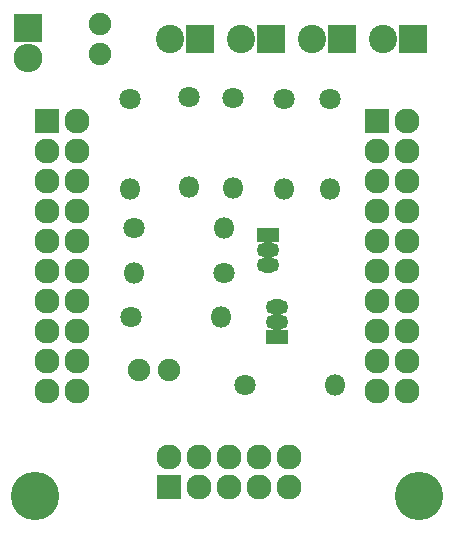
<source format=gbs>
G04 #@! TF.GenerationSoftware,KiCad,Pcbnew,(5.0.0)*
G04 #@! TF.CreationDate,2019-04-22T16:32:08+09:00*
G04 #@! TF.ProjectId,USBi_Programmer,555342695F50726F6772616D6D65722E,rev?*
G04 #@! TF.SameCoordinates,Original*
G04 #@! TF.FileFunction,Soldermask,Bot*
G04 #@! TF.FilePolarity,Negative*
%FSLAX46Y46*%
G04 Gerber Fmt 4.6, Leading zero omitted, Abs format (unit mm)*
G04 Created by KiCad (PCBNEW (5.0.0)) date 04/22/19 16:32:08*
%MOMM*%
%LPD*%
G01*
G04 APERTURE LIST*
%ADD10O,1.900000X1.300000*%
%ADD11R,1.900000X1.300000*%
%ADD12C,1.901140*%
%ADD13R,2.400000X2.400000*%
%ADD14C,2.400000*%
%ADD15O,2.127200X2.127200*%
%ADD16R,2.127200X2.127200*%
%ADD17R,2.432000X2.432000*%
%ADD18O,2.432000X2.432000*%
%ADD19O,1.800000X1.800000*%
%ADD20C,1.800000*%
%ADD21C,4.100000*%
G04 APERTURE END LIST*
D10*
G04 #@! TO.C,Q1*
X124206000Y-161798000D03*
X124206000Y-160528000D03*
D11*
X124206000Y-163068000D03*
G04 #@! TD*
D12*
G04 #@! TO.C,C1*
X109220000Y-139065000D03*
X109220000Y-136525000D03*
G04 #@! TD*
D13*
G04 #@! TO.C,D1*
X129779000Y-137811000D03*
D14*
X127239000Y-137811000D03*
G04 #@! TD*
D13*
G04 #@! TO.C,D2*
X123739000Y-137811000D03*
D14*
X121199000Y-137811000D03*
G04 #@! TD*
D13*
G04 #@! TO.C,D3*
X117739000Y-137811000D03*
D14*
X115199000Y-137811000D03*
G04 #@! TD*
D13*
G04 #@! TO.C,D4*
X135739000Y-137811000D03*
D14*
X133199000Y-137811000D03*
G04 #@! TD*
D12*
G04 #@! TO.C,C2*
X115062000Y-165862000D03*
X112522000Y-165862000D03*
G04 #@! TD*
D15*
G04 #@! TO.C,P1*
X107315000Y-167640000D03*
X104775000Y-167640000D03*
X107315000Y-165100000D03*
X104775000Y-165100000D03*
X107315000Y-162560000D03*
X104775000Y-162560000D03*
X107315000Y-160020000D03*
X104775000Y-160020000D03*
X107315000Y-157480000D03*
X104775000Y-157480000D03*
X107315000Y-154940000D03*
X104775000Y-154940000D03*
X107315000Y-152400000D03*
X104775000Y-152400000D03*
X107315000Y-149860000D03*
X104775000Y-149860000D03*
X107315000Y-147320000D03*
X104775000Y-147320000D03*
X107315000Y-144780000D03*
D16*
X104775000Y-144780000D03*
G04 #@! TD*
G04 #@! TO.C,P2*
X115062000Y-175768000D03*
D15*
X115062000Y-173228000D03*
X117602000Y-175768000D03*
X117602000Y-173228000D03*
X120142000Y-175768000D03*
X120142000Y-173228000D03*
X122682000Y-175768000D03*
X122682000Y-173228000D03*
X125222000Y-175768000D03*
X125222000Y-173228000D03*
G04 #@! TD*
D17*
G04 #@! TO.C,P3*
X103205000Y-136935000D03*
D18*
X103205000Y-139475000D03*
G04 #@! TD*
D16*
G04 #@! TO.C,P4*
X132715000Y-144780000D03*
D15*
X135255000Y-144780000D03*
X132715000Y-147320000D03*
X135255000Y-147320000D03*
X132715000Y-149860000D03*
X135255000Y-149860000D03*
X132715000Y-152400000D03*
X135255000Y-152400000D03*
X132715000Y-154940000D03*
X135255000Y-154940000D03*
X132715000Y-157480000D03*
X135255000Y-157480000D03*
X132715000Y-160020000D03*
X135255000Y-160020000D03*
X132715000Y-162560000D03*
X135255000Y-162560000D03*
X132715000Y-165100000D03*
X135255000Y-165100000D03*
X132715000Y-167640000D03*
X135255000Y-167640000D03*
G04 #@! TD*
D19*
G04 #@! TO.C,R1*
X111760000Y-150495000D03*
D20*
X111760000Y-142875000D03*
G04 #@! TD*
G04 #@! TO.C,R2*
X111887000Y-161370000D03*
D19*
X119507000Y-161370000D03*
G04 #@! TD*
D20*
G04 #@! TO.C,R3*
X112149000Y-153797000D03*
D19*
X119769000Y-153797000D03*
G04 #@! TD*
G04 #@! TO.C,R4*
X112171000Y-157622000D03*
D20*
X119791000Y-157622000D03*
G04 #@! TD*
D19*
G04 #@! TO.C,R5*
X120487000Y-150444000D03*
D20*
X120487000Y-142824000D03*
G04 #@! TD*
D19*
G04 #@! TO.C,R6*
X116784000Y-150340000D03*
D20*
X116784000Y-142720000D03*
G04 #@! TD*
G04 #@! TO.C,R7*
X124841000Y-142875000D03*
D19*
X124841000Y-150495000D03*
G04 #@! TD*
D20*
G04 #@! TO.C,R8*
X121539000Y-167132000D03*
D19*
X129159000Y-167132000D03*
G04 #@! TD*
G04 #@! TO.C,R9*
X128735000Y-150495000D03*
D20*
X128735000Y-142875000D03*
G04 #@! TD*
D11*
G04 #@! TO.C,Q2*
X123444000Y-154432000D03*
D10*
X123444000Y-156972000D03*
X123444000Y-155702000D03*
G04 #@! TD*
D21*
G04 #@! TO.C,REF\002A\002A*
X103759000Y-176530000D03*
G04 #@! TD*
G04 #@! TO.C,REF\002A\002A1*
X136271000Y-176530000D03*
G04 #@! TD*
M02*

</source>
